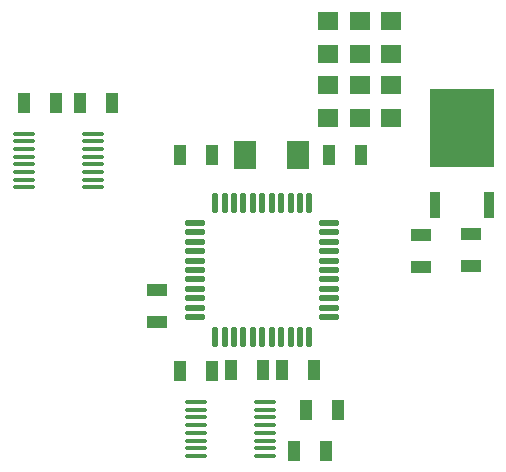
<source format=gtp>
%FSTAX23Y23*%
%MOIN*%
%SFA1B1*%

%IPPOS*%
%ADD17R,0.043310X0.066930*%
%ADD18R,0.074800X0.094490*%
%ADD19O,0.078740X0.013780*%
%ADD20R,0.066930X0.043310*%
%ADD21R,0.037400X0.086610*%
%ADD22R,0.216540X0.263780*%
%ADD23O,0.068900X0.021650*%
%ADD24O,0.021650X0.068900*%
%ADD25R,0.070870X0.062990*%
%LNpcb-1*%
%LPD*%
G54D17*
X00813Y01105D03*
X00706D03*
X01201D03*
X01308D03*
X01233Y00255D03*
X01126D03*
X01193Y0012D03*
X01086D03*
X01046Y00388D03*
X01153D03*
X00706Y00386D03*
X00813D03*
X00876Y00388D03*
X00983D03*
X00371Y01278D03*
X00478D03*
X00293D03*
X00186D03*
G54D18*
X00921Y01105D03*
X01098D03*
G54D19*
X0076Y00282D03*
Y00257D03*
Y00231D03*
Y00205D03*
Y0018D03*
Y00154D03*
Y00129D03*
Y00103D03*
X00989Y00282D03*
Y00257D03*
Y00231D03*
Y00205D03*
Y0018D03*
Y00154D03*
Y00129D03*
Y00103D03*
X00185Y01177D03*
Y01152D03*
Y01126D03*
Y011D03*
Y01075D03*
Y01049D03*
Y01024D03*
Y00998D03*
X00414Y01177D03*
Y01152D03*
Y01126D03*
Y011D03*
Y01075D03*
Y01049D03*
Y01024D03*
Y00998D03*
G54D20*
X01675Y00841D03*
Y00735D03*
X0151Y00731D03*
Y00838D03*
X0063Y00656D03*
Y0055D03*
G54D21*
X01555Y00939D03*
X01734D03*
G54D22*
X01645Y01197D03*
G54D23*
X01202Y0088D03*
Y00849D03*
Y00817D03*
Y00786D03*
Y00754D03*
Y00723D03*
Y00691D03*
Y0066D03*
Y00628D03*
Y00597D03*
Y00565D03*
X00757D03*
Y00597D03*
Y00628D03*
Y0066D03*
Y00691D03*
Y00723D03*
Y00754D03*
Y00786D03*
Y00817D03*
Y00849D03*
Y0088D03*
G54D24*
X01137Y005D03*
X01105D03*
X01074D03*
X01042D03*
X01011D03*
X0098D03*
X00948D03*
X00917D03*
X00885D03*
X00854D03*
X00822D03*
Y00945D03*
X00854D03*
X00885D03*
X00917D03*
X00948D03*
X0098D03*
X01011D03*
X01042D03*
X01074D03*
X01105D03*
X01137D03*
G54D25*
X0141Y01228D03*
Y01338D03*
X01304Y01228D03*
Y01338D03*
X01198Y01228D03*
Y01338D03*
X0141Y01443D03*
Y01553D03*
X01304Y01443D03*
Y01553D03*
X01198Y01443D03*
Y01553D03*
M02*
</source>
